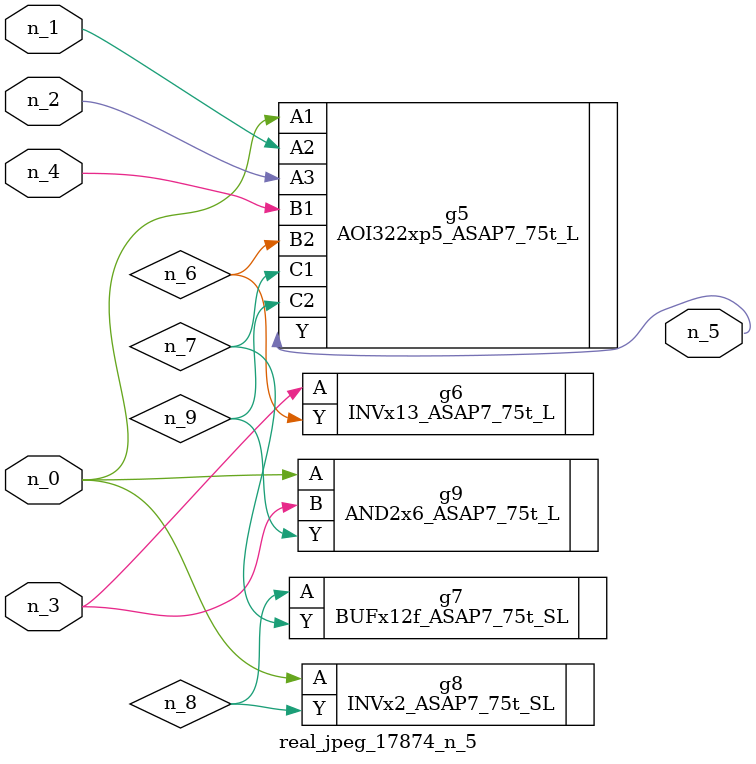
<source format=v>
module real_jpeg_17874_n_5 (n_4, n_0, n_1, n_2, n_3, n_5);

input n_4;
input n_0;
input n_1;
input n_2;
input n_3;

output n_5;

wire n_8;
wire n_6;
wire n_7;
wire n_9;

AOI322xp5_ASAP7_75t_L g5 ( 
.A1(n_0),
.A2(n_1),
.A3(n_2),
.B1(n_4),
.B2(n_6),
.C1(n_7),
.C2(n_9),
.Y(n_5)
);

INVx2_ASAP7_75t_SL g8 ( 
.A(n_0),
.Y(n_8)
);

AND2x6_ASAP7_75t_L g9 ( 
.A(n_0),
.B(n_3),
.Y(n_9)
);

INVx13_ASAP7_75t_L g6 ( 
.A(n_3),
.Y(n_6)
);

BUFx12f_ASAP7_75t_SL g7 ( 
.A(n_8),
.Y(n_7)
);


endmodule
</source>
